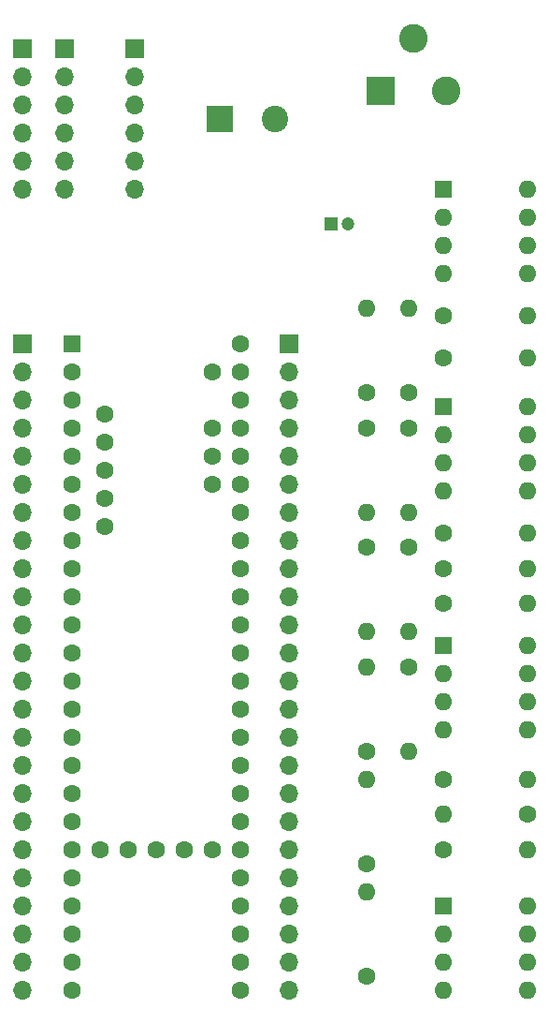
<source format=gbr>
%TF.GenerationSoftware,KiCad,Pcbnew,(5.1.10)-1*%
%TF.CreationDate,2022-09-02T22:27:05-04:00*%
%TF.ProjectId,dynamic clamp pcb,64796e61-6d69-4632-9063-6c616d702070,rev?*%
%TF.SameCoordinates,Original*%
%TF.FileFunction,Soldermask,Bot*%
%TF.FilePolarity,Negative*%
%FSLAX46Y46*%
G04 Gerber Fmt 4.6, Leading zero omitted, Abs format (unit mm)*
G04 Created by KiCad (PCBNEW (5.1.10)-1) date 2022-09-02 22:27:05*
%MOMM*%
%LPD*%
G01*
G04 APERTURE LIST*
%ADD10O,1.600000X1.600000*%
%ADD11C,1.600000*%
%ADD12R,2.400000X2.400000*%
%ADD13C,2.400000*%
%ADD14R,1.200000X1.200000*%
%ADD15C,1.200000*%
%ADD16R,1.700000X1.700000*%
%ADD17O,1.700000X1.700000*%
%ADD18R,2.600000X2.600000*%
%ADD19C,2.600000*%
%ADD20R,1.600000X1.600000*%
G04 APERTURE END LIST*
D10*
%TO.C,R11 10k*%
X83820000Y-150495000D03*
D11*
X76200000Y-150495000D03*
%TD*%
D12*
%TO.C,C1 200uF*%
X55960000Y-90805000D03*
D13*
X60960000Y-90805000D03*
%TD*%
D14*
%TO.C,C2 1uF*%
X66040000Y-100330000D03*
D15*
X67540000Y-100330000D03*
%TD*%
D16*
%TO.C,GND*%
X38100000Y-84455000D03*
D17*
X38100000Y-86995000D03*
X38100000Y-89535000D03*
X38100000Y-92075000D03*
X38100000Y-94615000D03*
X38100000Y-97155000D03*
%TD*%
D18*
%TO.C,Power*%
X70485000Y-88265000D03*
D19*
X76485000Y-88265000D03*
X73485000Y-83565000D03*
%TD*%
D17*
%TO.C,Signal*%
X48260000Y-97155000D03*
X48260000Y-94615000D03*
X48260000Y-92075000D03*
X48260000Y-89535000D03*
X48260000Y-86995000D03*
D16*
X48260000Y-84455000D03*
%TD*%
%TO.C,J6*%
X38100000Y-111125000D03*
D17*
X38100000Y-113665000D03*
X38100000Y-116205000D03*
X38100000Y-118745000D03*
X38100000Y-121285000D03*
X38100000Y-123825000D03*
X38100000Y-126365000D03*
X38100000Y-128905000D03*
X38100000Y-131445000D03*
X38100000Y-133985000D03*
X38100000Y-136525000D03*
X38100000Y-139065000D03*
X38100000Y-141605000D03*
X38100000Y-144145000D03*
X38100000Y-146685000D03*
X38100000Y-149225000D03*
X38100000Y-151765000D03*
X38100000Y-154305000D03*
X38100000Y-156845000D03*
X38100000Y-159385000D03*
X38100000Y-161925000D03*
X38100000Y-164465000D03*
X38100000Y-167005000D03*
X38100000Y-169545000D03*
%TD*%
%TO.C,J7*%
X62230000Y-169545000D03*
X62230000Y-167005000D03*
X62230000Y-164465000D03*
X62230000Y-161925000D03*
X62230000Y-159385000D03*
X62230000Y-156845000D03*
X62230000Y-154305000D03*
X62230000Y-151765000D03*
X62230000Y-149225000D03*
X62230000Y-146685000D03*
X62230000Y-144145000D03*
X62230000Y-141605000D03*
X62230000Y-139065000D03*
X62230000Y-136525000D03*
X62230000Y-133985000D03*
X62230000Y-131445000D03*
X62230000Y-128905000D03*
X62230000Y-126365000D03*
X62230000Y-123825000D03*
X62230000Y-121285000D03*
X62230000Y-118745000D03*
X62230000Y-116205000D03*
X62230000Y-113665000D03*
D16*
X62230000Y-111125000D03*
%TD*%
%TO.C,GND*%
X41910000Y-84455000D03*
D17*
X41910000Y-86995000D03*
X41910000Y-89535000D03*
X41910000Y-92075000D03*
X41910000Y-94615000D03*
X41910000Y-97155000D03*
%TD*%
D10*
%TO.C,R1 2.2k*%
X69215000Y-107950000D03*
D11*
X69215000Y-115570000D03*
%TD*%
D10*
%TO.C,R2 470*%
X73025000Y-107950000D03*
D11*
X73025000Y-115570000D03*
%TD*%
%TO.C,R3 4.7k*%
X76200000Y-108585000D03*
D10*
X83820000Y-108585000D03*
%TD*%
D11*
%TO.C,R4 22k*%
X76200000Y-112395000D03*
D10*
X83820000Y-112395000D03*
%TD*%
%TO.C,R5 10k*%
X69215000Y-126365000D03*
D11*
X69215000Y-118745000D03*
%TD*%
%TO.C,R6 100*%
X73025000Y-118745000D03*
D10*
X73025000Y-126365000D03*
%TD*%
%TO.C,R7 2.2k*%
X83820000Y-128270000D03*
D11*
X76200000Y-128270000D03*
%TD*%
%TO.C,R8 10k*%
X76200000Y-131445000D03*
D10*
X83820000Y-131445000D03*
%TD*%
D11*
%TO.C,R9 10k*%
X76200000Y-134620000D03*
D10*
X83820000Y-134620000D03*
%TD*%
%TO.C,R10 10k*%
X69215000Y-137160000D03*
D11*
X69215000Y-129540000D03*
%TD*%
%TO.C,R12 10k*%
X83820000Y-153670000D03*
D10*
X76200000Y-153670000D03*
%TD*%
%TO.C,R13 10k*%
X83820000Y-156845000D03*
D11*
X76200000Y-156845000D03*
%TD*%
%TO.C,R14 4.7k*%
X69215000Y-168275000D03*
D10*
X69215000Y-160655000D03*
%TD*%
D11*
%TO.C,R15 10k*%
X69215000Y-158115000D03*
D10*
X69215000Y-150495000D03*
%TD*%
D11*
%TO.C,R16 10k*%
X69215000Y-147955000D03*
D10*
X69215000Y-140335000D03*
%TD*%
%TO.C,R17 4.7k*%
X73025000Y-147955000D03*
D11*
X73025000Y-140335000D03*
%TD*%
D10*
%TO.C,R18 2.2k*%
X73025000Y-137160000D03*
D11*
X73025000Y-129540000D03*
%TD*%
D10*
%TO.C,LM358*%
X83820000Y-116840000D03*
X76200000Y-124460000D03*
X83820000Y-119380000D03*
X76200000Y-121920000D03*
X83820000Y-121920000D03*
X76200000Y-119380000D03*
X83820000Y-124460000D03*
D20*
X76200000Y-116840000D03*
%TD*%
%TO.C,LM358*%
X76200000Y-138430000D03*
D10*
X83820000Y-146050000D03*
X76200000Y-140970000D03*
X83820000Y-143510000D03*
X76200000Y-143510000D03*
X83820000Y-140970000D03*
X76200000Y-146050000D03*
X83820000Y-138430000D03*
%TD*%
D20*
%TO.C,LM358*%
X76200000Y-161925000D03*
D10*
X83820000Y-169545000D03*
X76200000Y-164465000D03*
X83820000Y-167005000D03*
X76200000Y-167005000D03*
X83820000Y-164465000D03*
X76200000Y-169545000D03*
X83820000Y-161925000D03*
%TD*%
%TO.C,TLE2426*%
X83820000Y-97155000D03*
X76200000Y-104775000D03*
X83820000Y-99695000D03*
X76200000Y-102235000D03*
X83820000Y-102235000D03*
X76200000Y-99695000D03*
X83820000Y-104775000D03*
D20*
X76200000Y-97155000D03*
%TD*%
D11*
%TO.C,U5*%
X42545000Y-151765000D03*
X42545000Y-154305000D03*
X42545000Y-156845000D03*
X42545000Y-159385000D03*
X42545000Y-149225000D03*
X42545000Y-146685000D03*
X42545000Y-144145000D03*
X42545000Y-161925000D03*
X42545000Y-164465000D03*
X42545000Y-167005000D03*
X42545000Y-169545000D03*
X45085000Y-156845000D03*
X47625000Y-156845000D03*
X50165000Y-156845000D03*
X52705000Y-156845000D03*
X55245000Y-156845000D03*
X57785000Y-169545000D03*
X57785000Y-167005000D03*
X57785000Y-164465000D03*
X57785000Y-161925000D03*
X57785000Y-159385000D03*
X57785000Y-156845000D03*
X57785000Y-154305000D03*
X57785000Y-151765000D03*
X42545000Y-141605000D03*
X42545000Y-139065000D03*
X42545000Y-136525000D03*
X42545000Y-133985000D03*
X42545000Y-131445000D03*
X42545000Y-128905000D03*
X42545000Y-126365000D03*
X42545000Y-123825000D03*
X42545000Y-121285000D03*
X42545000Y-118745000D03*
X42545000Y-116205000D03*
X42545000Y-113665000D03*
D20*
X42545000Y-111125000D03*
D11*
X57785000Y-149225000D03*
X57785000Y-146685000D03*
X57785000Y-144145000D03*
X57785000Y-141605000D03*
X57785000Y-139065000D03*
X57785000Y-136525000D03*
X57785000Y-133985000D03*
X57785000Y-131445000D03*
X57785000Y-128905000D03*
X57785000Y-126365000D03*
X57785000Y-123825000D03*
X57785000Y-121285000D03*
X57785000Y-118745000D03*
X57785000Y-116205000D03*
X57785000Y-113665000D03*
X57785000Y-111125000D03*
X55245000Y-113665000D03*
X55245000Y-118745000D03*
X55245000Y-121285000D03*
X55245000Y-123825000D03*
X45545000Y-117475000D03*
X45545000Y-120015000D03*
X45545000Y-122555000D03*
X45545000Y-125095000D03*
X45545000Y-127635000D03*
%TD*%
M02*

</source>
